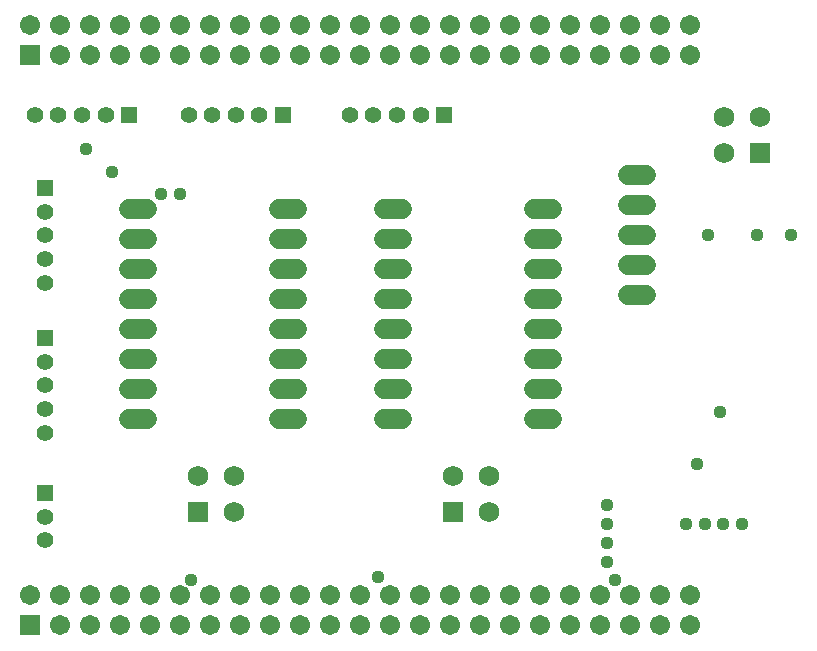
<source format=gbs>
G75*
%MOIN*%
%OFA0B0*%
%FSLAX25Y25*%
%IPPOS*%
%LPD*%
%AMOC8*
5,1,8,0,0,1.08239X$1,22.5*
%
%ADD10R,0.06824X0.06824*%
%ADD11C,0.06824*%
%ADD12C,0.06800*%
%ADD13R,0.06706X0.06706*%
%ADD14C,0.06706*%
%ADD15R,0.05600X0.05600*%
%ADD16C,0.05600*%
%ADD17C,0.04369*%
D10*
X0071250Y0047144D03*
X0156250Y0047144D03*
X0258406Y0166800D03*
D11*
X0246594Y0166800D03*
X0246594Y0178611D03*
X0258406Y0178611D03*
X0168061Y0058956D03*
X0156250Y0058956D03*
X0168061Y0047144D03*
X0083061Y0047144D03*
X0083061Y0058956D03*
X0071250Y0058956D03*
D12*
X0054250Y0078050D02*
X0048250Y0078050D01*
X0048250Y0088050D02*
X0054250Y0088050D01*
X0054250Y0098050D02*
X0048250Y0098050D01*
X0048250Y0108050D02*
X0054250Y0108050D01*
X0054250Y0118050D02*
X0048250Y0118050D01*
X0048250Y0128050D02*
X0054250Y0128050D01*
X0054250Y0138050D02*
X0048250Y0138050D01*
X0048250Y0148050D02*
X0054250Y0148050D01*
X0098250Y0148050D02*
X0104250Y0148050D01*
X0104250Y0138050D02*
X0098250Y0138050D01*
X0098250Y0128050D02*
X0104250Y0128050D01*
X0104250Y0118050D02*
X0098250Y0118050D01*
X0098250Y0108050D02*
X0104250Y0108050D01*
X0104250Y0098050D02*
X0098250Y0098050D01*
X0098250Y0088050D02*
X0104250Y0088050D01*
X0104250Y0078050D02*
X0098250Y0078050D01*
X0133250Y0078050D02*
X0139250Y0078050D01*
X0139250Y0088050D02*
X0133250Y0088050D01*
X0133250Y0098050D02*
X0139250Y0098050D01*
X0139250Y0108050D02*
X0133250Y0108050D01*
X0133250Y0118050D02*
X0139250Y0118050D01*
X0139250Y0128050D02*
X0133250Y0128050D01*
X0133250Y0138050D02*
X0139250Y0138050D01*
X0139250Y0148050D02*
X0133250Y0148050D01*
X0183250Y0148050D02*
X0189250Y0148050D01*
X0189250Y0138050D02*
X0183250Y0138050D01*
X0183250Y0128050D02*
X0189250Y0128050D01*
X0189250Y0118050D02*
X0183250Y0118050D01*
X0183250Y0108050D02*
X0189250Y0108050D01*
X0189250Y0098050D02*
X0183250Y0098050D01*
X0183250Y0088050D02*
X0189250Y0088050D01*
X0189250Y0078050D02*
X0183250Y0078050D01*
X0214500Y0119300D02*
X0220500Y0119300D01*
X0220500Y0129300D02*
X0214500Y0129300D01*
X0214500Y0139300D02*
X0220500Y0139300D01*
X0220500Y0149300D02*
X0214500Y0149300D01*
X0214500Y0159300D02*
X0220500Y0159300D01*
D13*
X0015000Y0009300D03*
X0015000Y0199300D03*
D14*
X0025000Y0199300D03*
X0035000Y0199300D03*
X0045000Y0199300D03*
X0055000Y0199300D03*
X0065000Y0199300D03*
X0075000Y0199300D03*
X0085000Y0199300D03*
X0095000Y0199300D03*
X0105000Y0199300D03*
X0115000Y0199300D03*
X0125000Y0199300D03*
X0135000Y0199300D03*
X0145000Y0199300D03*
X0155000Y0199300D03*
X0165000Y0199300D03*
X0175000Y0199300D03*
X0185000Y0199300D03*
X0195000Y0199300D03*
X0205000Y0199300D03*
X0215000Y0199300D03*
X0225000Y0199300D03*
X0235000Y0199300D03*
X0235000Y0209300D03*
X0225000Y0209300D03*
X0215000Y0209300D03*
X0205000Y0209300D03*
X0195000Y0209300D03*
X0185000Y0209300D03*
X0175000Y0209300D03*
X0165000Y0209300D03*
X0155000Y0209300D03*
X0145000Y0209300D03*
X0135000Y0209300D03*
X0125000Y0209300D03*
X0115000Y0209300D03*
X0105000Y0209300D03*
X0095000Y0209300D03*
X0085000Y0209300D03*
X0075000Y0209300D03*
X0065000Y0209300D03*
X0055000Y0209300D03*
X0045000Y0209300D03*
X0035000Y0209300D03*
X0025000Y0209300D03*
X0015000Y0209300D03*
X0015000Y0019300D03*
X0025000Y0019300D03*
X0035000Y0019300D03*
X0045000Y0019300D03*
X0055000Y0019300D03*
X0065000Y0019300D03*
X0065000Y0009300D03*
X0055000Y0009300D03*
X0045000Y0009300D03*
X0035000Y0009300D03*
X0025000Y0009300D03*
X0075000Y0009300D03*
X0085000Y0009300D03*
X0095000Y0009300D03*
X0105000Y0009300D03*
X0115000Y0009300D03*
X0115000Y0019300D03*
X0105000Y0019300D03*
X0095000Y0019300D03*
X0085000Y0019300D03*
X0075000Y0019300D03*
X0125000Y0019300D03*
X0135000Y0019300D03*
X0145000Y0019300D03*
X0155000Y0019300D03*
X0165000Y0019300D03*
X0165000Y0009300D03*
X0155000Y0009300D03*
X0145000Y0009300D03*
X0135000Y0009300D03*
X0125000Y0009300D03*
X0175000Y0009300D03*
X0185000Y0009300D03*
X0195000Y0009300D03*
X0205000Y0009300D03*
X0215000Y0009300D03*
X0215000Y0019300D03*
X0205000Y0019300D03*
X0195000Y0019300D03*
X0185000Y0019300D03*
X0175000Y0019300D03*
X0225000Y0019300D03*
X0235000Y0019300D03*
X0235000Y0009300D03*
X0225000Y0009300D03*
D15*
X0020000Y0053424D03*
X0020000Y0105048D03*
X0020000Y0155048D03*
X0048248Y0179300D03*
X0099498Y0179300D03*
X0153248Y0179300D03*
D16*
X0145374Y0179300D03*
X0137500Y0179300D03*
X0129626Y0179300D03*
X0121752Y0179300D03*
X0091624Y0179300D03*
X0083750Y0179300D03*
X0075876Y0179300D03*
X0068002Y0179300D03*
X0040374Y0179300D03*
X0032500Y0179300D03*
X0024626Y0179300D03*
X0016752Y0179300D03*
X0020000Y0147174D03*
X0020000Y0139300D03*
X0020000Y0131426D03*
X0020000Y0123552D03*
X0020000Y0097174D03*
X0020000Y0089300D03*
X0020000Y0081426D03*
X0020000Y0073552D03*
X0020000Y0045550D03*
X0020000Y0037676D03*
D17*
X0068750Y0024300D03*
X0131250Y0025550D03*
X0207500Y0030550D03*
X0207500Y0036800D03*
X0207500Y0043050D03*
X0207500Y0049300D03*
X0233750Y0043050D03*
X0240000Y0043050D03*
X0246250Y0043050D03*
X0252500Y0043050D03*
X0237500Y0063050D03*
X0245000Y0080550D03*
X0241250Y0139300D03*
X0257500Y0139300D03*
X0268750Y0139300D03*
X0210000Y0024300D03*
X0065000Y0153050D03*
X0058750Y0153050D03*
X0042500Y0160550D03*
X0033750Y0168050D03*
M02*

</source>
